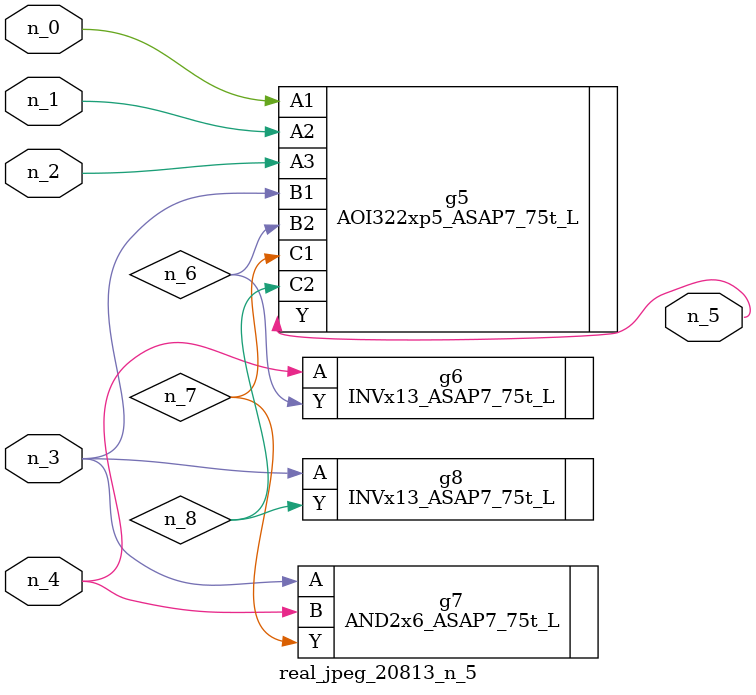
<source format=v>
module real_jpeg_20813_n_5 (n_4, n_0, n_1, n_2, n_3, n_5);

input n_4;
input n_0;
input n_1;
input n_2;
input n_3;

output n_5;

wire n_8;
wire n_6;
wire n_7;

AOI322xp5_ASAP7_75t_L g5 ( 
.A1(n_0),
.A2(n_1),
.A3(n_2),
.B1(n_3),
.B2(n_6),
.C1(n_7),
.C2(n_8),
.Y(n_5)
);

AND2x6_ASAP7_75t_L g7 ( 
.A(n_3),
.B(n_4),
.Y(n_7)
);

INVx13_ASAP7_75t_L g8 ( 
.A(n_3),
.Y(n_8)
);

INVx13_ASAP7_75t_L g6 ( 
.A(n_4),
.Y(n_6)
);


endmodule
</source>
